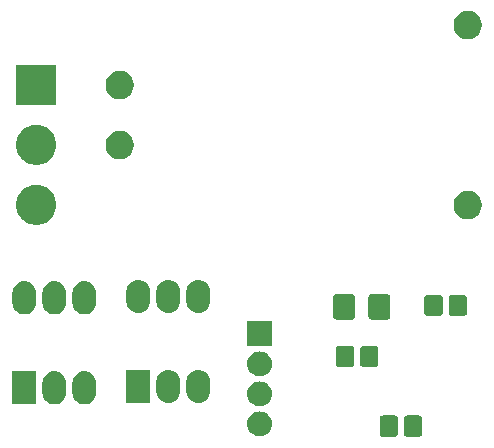
<source format=gbs>
G04 #@! TF.GenerationSoftware,KiCad,Pcbnew,5.0.2-bee76a0~70~ubuntu18.04.1*
G04 #@! TF.CreationDate,2019-03-11T17:22:41+01:00*
G04 #@! TF.ProjectId,FilPilote,46696c50-696c-46f7-9465-2e6b69636164,rev?*
G04 #@! TF.SameCoordinates,Original*
G04 #@! TF.FileFunction,Soldermask,Bot*
G04 #@! TF.FilePolarity,Negative*
%FSLAX46Y46*%
G04 Gerber Fmt 4.6, Leading zero omitted, Abs format (unit mm)*
G04 Created by KiCad (PCBNEW 5.0.2-bee76a0~70~ubuntu18.04.1) date lun. 11 mars 2019 17:22:41 CET*
%MOMM*%
%LPD*%
G01*
G04 APERTURE LIST*
%ADD10C,0.100000*%
G04 APERTURE END LIST*
D10*
G36*
X147390530Y-108135210D02*
X147440379Y-108150331D01*
X147486311Y-108174882D01*
X147526574Y-108207926D01*
X147559618Y-108248189D01*
X147584169Y-108294121D01*
X147599290Y-108343970D01*
X147605000Y-108401944D01*
X147605000Y-109657056D01*
X147599290Y-109715030D01*
X147584169Y-109764879D01*
X147559618Y-109810811D01*
X147526574Y-109851074D01*
X147486311Y-109884118D01*
X147440379Y-109908669D01*
X147390530Y-109923790D01*
X147332556Y-109929500D01*
X146327444Y-109929500D01*
X146269470Y-109923790D01*
X146219621Y-109908669D01*
X146173689Y-109884118D01*
X146133426Y-109851074D01*
X146100382Y-109810811D01*
X146075831Y-109764879D01*
X146060710Y-109715030D01*
X146055000Y-109657056D01*
X146055000Y-108401944D01*
X146060710Y-108343970D01*
X146075831Y-108294121D01*
X146100382Y-108248189D01*
X146133426Y-108207926D01*
X146173689Y-108174882D01*
X146219621Y-108150331D01*
X146269470Y-108135210D01*
X146327444Y-108129500D01*
X147332556Y-108129500D01*
X147390530Y-108135210D01*
X147390530Y-108135210D01*
G37*
G36*
X145340530Y-108135210D02*
X145390379Y-108150331D01*
X145436311Y-108174882D01*
X145476574Y-108207926D01*
X145509618Y-108248189D01*
X145534169Y-108294121D01*
X145549290Y-108343970D01*
X145555000Y-108401944D01*
X145555000Y-109657056D01*
X145549290Y-109715030D01*
X145534169Y-109764879D01*
X145509618Y-109810811D01*
X145476574Y-109851074D01*
X145436311Y-109884118D01*
X145390379Y-109908669D01*
X145340530Y-109923790D01*
X145282556Y-109929500D01*
X144277444Y-109929500D01*
X144219470Y-109923790D01*
X144169621Y-109908669D01*
X144123689Y-109884118D01*
X144083426Y-109851074D01*
X144050382Y-109810811D01*
X144025831Y-109764879D01*
X144010710Y-109715030D01*
X144005000Y-109657056D01*
X144005000Y-108401944D01*
X144010710Y-108343970D01*
X144025831Y-108294121D01*
X144050382Y-108248189D01*
X144083426Y-108207926D01*
X144123689Y-108174882D01*
X144169621Y-108150331D01*
X144219470Y-108135210D01*
X144277444Y-108129500D01*
X145282556Y-108129500D01*
X145340530Y-108135210D01*
X145340530Y-108135210D01*
G37*
G36*
X133986707Y-107796596D02*
X134063836Y-107804193D01*
X134195787Y-107844220D01*
X134261763Y-107864233D01*
X134444172Y-107961733D01*
X134604054Y-108092946D01*
X134735267Y-108252828D01*
X134832767Y-108435237D01*
X134832767Y-108435238D01*
X134892807Y-108633164D01*
X134913080Y-108839000D01*
X134892807Y-109044836D01*
X134852780Y-109176787D01*
X134832767Y-109242763D01*
X134735267Y-109425172D01*
X134604054Y-109585054D01*
X134444172Y-109716267D01*
X134261763Y-109813767D01*
X134205585Y-109830808D01*
X134063836Y-109873807D01*
X133986707Y-109881404D01*
X133909580Y-109889000D01*
X133806420Y-109889000D01*
X133729293Y-109881404D01*
X133652164Y-109873807D01*
X133510415Y-109830808D01*
X133454237Y-109813767D01*
X133271828Y-109716267D01*
X133111946Y-109585054D01*
X132980733Y-109425172D01*
X132883233Y-109242763D01*
X132863220Y-109176787D01*
X132823193Y-109044836D01*
X132802920Y-108839000D01*
X132823193Y-108633164D01*
X132883233Y-108435238D01*
X132883233Y-108435237D01*
X132980733Y-108252828D01*
X133111946Y-108092946D01*
X133271828Y-107961733D01*
X133454237Y-107864233D01*
X133520213Y-107844220D01*
X133652164Y-107804193D01*
X133729293Y-107796596D01*
X133806420Y-107789000D01*
X133909580Y-107789000D01*
X133986707Y-107796596D01*
X133986707Y-107796596D01*
G37*
G36*
X133986707Y-105256596D02*
X134063836Y-105264193D01*
X134195787Y-105304220D01*
X134261763Y-105324233D01*
X134444172Y-105421733D01*
X134604054Y-105552946D01*
X134735267Y-105712828D01*
X134832767Y-105895237D01*
X134832767Y-105895238D01*
X134892807Y-106093164D01*
X134913080Y-106299000D01*
X134892807Y-106504836D01*
X134857187Y-106622260D01*
X134832767Y-106702763D01*
X134735267Y-106885172D01*
X134604054Y-107045054D01*
X134444172Y-107176267D01*
X134261763Y-107273767D01*
X134195787Y-107293780D01*
X134063836Y-107333807D01*
X133986707Y-107341403D01*
X133909580Y-107349000D01*
X133806420Y-107349000D01*
X133729293Y-107341403D01*
X133652164Y-107333807D01*
X133520213Y-107293780D01*
X133454237Y-107273767D01*
X133271828Y-107176267D01*
X133111946Y-107045054D01*
X132980733Y-106885172D01*
X132883233Y-106702763D01*
X132858813Y-106622260D01*
X132823193Y-106504836D01*
X132802920Y-106299000D01*
X132823193Y-106093164D01*
X132883233Y-105895238D01*
X132883233Y-105895237D01*
X132980733Y-105712828D01*
X133111946Y-105552946D01*
X133271828Y-105421733D01*
X133454237Y-105324233D01*
X133520213Y-105304220D01*
X133652164Y-105264193D01*
X133729293Y-105256596D01*
X133806420Y-105249000D01*
X133909580Y-105249000D01*
X133986707Y-105256596D01*
X133986707Y-105256596D01*
G37*
G36*
X116655029Y-104405469D02*
X116655032Y-104405470D01*
X116655033Y-104405470D01*
X116843534Y-104462651D01*
X116843536Y-104462652D01*
X116843539Y-104462653D01*
X117017258Y-104555507D01*
X117169528Y-104680472D01*
X117294491Y-104832740D01*
X117294492Y-104832742D01*
X117387349Y-105006465D01*
X117444530Y-105194966D01*
X117444531Y-105194970D01*
X117459000Y-105341876D01*
X117459000Y-106240123D01*
X117444531Y-106387031D01*
X117387349Y-106575536D01*
X117294491Y-106749260D01*
X117169528Y-106901528D01*
X117017260Y-107026491D01*
X117017258Y-107026492D01*
X116843535Y-107119349D01*
X116655034Y-107176530D01*
X116655033Y-107176530D01*
X116655030Y-107176531D01*
X116459000Y-107195838D01*
X116262971Y-107176531D01*
X116262968Y-107176530D01*
X116262967Y-107176530D01*
X116074466Y-107119349D01*
X115900743Y-107026492D01*
X115900741Y-107026491D01*
X115748473Y-106901528D01*
X115623510Y-106749260D01*
X115530651Y-106575533D01*
X115473469Y-106387035D01*
X115459000Y-106240124D01*
X115459000Y-105341877D01*
X115473469Y-105194971D01*
X115473470Y-105194967D01*
X115530651Y-105006466D01*
X115530652Y-105006464D01*
X115530653Y-105006461D01*
X115623507Y-104832742D01*
X115748472Y-104680472D01*
X115900740Y-104555509D01*
X116074463Y-104462652D01*
X116074465Y-104462651D01*
X116262966Y-104405470D01*
X116262967Y-104405470D01*
X116262970Y-104405469D01*
X116459000Y-104386162D01*
X116655029Y-104405469D01*
X116655029Y-104405469D01*
G37*
G36*
X119195029Y-104405469D02*
X119195032Y-104405470D01*
X119195033Y-104405470D01*
X119383534Y-104462651D01*
X119383536Y-104462652D01*
X119383539Y-104462653D01*
X119557258Y-104555507D01*
X119709528Y-104680472D01*
X119834491Y-104832740D01*
X119834492Y-104832742D01*
X119927349Y-105006465D01*
X119984530Y-105194966D01*
X119984531Y-105194970D01*
X119999000Y-105341876D01*
X119999000Y-106240123D01*
X119984531Y-106387031D01*
X119927349Y-106575536D01*
X119834491Y-106749260D01*
X119709528Y-106901528D01*
X119557260Y-107026491D01*
X119557258Y-107026492D01*
X119383535Y-107119349D01*
X119195034Y-107176530D01*
X119195033Y-107176530D01*
X119195030Y-107176531D01*
X118999000Y-107195838D01*
X118802971Y-107176531D01*
X118802968Y-107176530D01*
X118802967Y-107176530D01*
X118614466Y-107119349D01*
X118440743Y-107026492D01*
X118440741Y-107026491D01*
X118288473Y-106901528D01*
X118163510Y-106749260D01*
X118070651Y-106575533D01*
X118013469Y-106387035D01*
X117999000Y-106240124D01*
X117999000Y-105341877D01*
X118013469Y-105194971D01*
X118013470Y-105194967D01*
X118070651Y-105006466D01*
X118070652Y-105006464D01*
X118070653Y-105006461D01*
X118163507Y-104832742D01*
X118288472Y-104680472D01*
X118440740Y-104555509D01*
X118614463Y-104462652D01*
X118614465Y-104462651D01*
X118802966Y-104405470D01*
X118802967Y-104405470D01*
X118802970Y-104405469D01*
X118999000Y-104386162D01*
X119195029Y-104405469D01*
X119195029Y-104405469D01*
G37*
G36*
X114919000Y-107191000D02*
X112919000Y-107191000D01*
X112919000Y-104391000D01*
X114919000Y-104391000D01*
X114919000Y-107191000D01*
X114919000Y-107191000D01*
G37*
G36*
X126307029Y-104278469D02*
X126307032Y-104278470D01*
X126307033Y-104278470D01*
X126495534Y-104335651D01*
X126495536Y-104335652D01*
X126495539Y-104335653D01*
X126669258Y-104428507D01*
X126821528Y-104553472D01*
X126946491Y-104705740D01*
X126946492Y-104705742D01*
X127039349Y-104879465D01*
X127077873Y-105006463D01*
X127096531Y-105067970D01*
X127111000Y-105214876D01*
X127111000Y-106113123D01*
X127096531Y-106260031D01*
X127039349Y-106448536D01*
X126946491Y-106622260D01*
X126821528Y-106774528D01*
X126669260Y-106899491D01*
X126669258Y-106899492D01*
X126495535Y-106992349D01*
X126307034Y-107049530D01*
X126307033Y-107049530D01*
X126307030Y-107049531D01*
X126111000Y-107068838D01*
X125914971Y-107049531D01*
X125914968Y-107049530D01*
X125914967Y-107049530D01*
X125726466Y-106992349D01*
X125552743Y-106899492D01*
X125552741Y-106899491D01*
X125400473Y-106774528D01*
X125275510Y-106622260D01*
X125212746Y-106504836D01*
X125182652Y-106448535D01*
X125182651Y-106448533D01*
X125125469Y-106260035D01*
X125111000Y-106113124D01*
X125111000Y-105214877D01*
X125125469Y-105067971D01*
X125125470Y-105067967D01*
X125182651Y-104879466D01*
X125182652Y-104879464D01*
X125182653Y-104879461D01*
X125275507Y-104705742D01*
X125400472Y-104553472D01*
X125552740Y-104428509D01*
X125726463Y-104335652D01*
X125726465Y-104335651D01*
X125914966Y-104278470D01*
X125914967Y-104278470D01*
X125914970Y-104278469D01*
X126111000Y-104259162D01*
X126307029Y-104278469D01*
X126307029Y-104278469D01*
G37*
G36*
X128847029Y-104278469D02*
X128847032Y-104278470D01*
X128847033Y-104278470D01*
X129035534Y-104335651D01*
X129035536Y-104335652D01*
X129035539Y-104335653D01*
X129209258Y-104428507D01*
X129361528Y-104553472D01*
X129486491Y-104705740D01*
X129486492Y-104705742D01*
X129579349Y-104879465D01*
X129617873Y-105006463D01*
X129636531Y-105067970D01*
X129651000Y-105214876D01*
X129651000Y-106113123D01*
X129636531Y-106260031D01*
X129579349Y-106448536D01*
X129486491Y-106622260D01*
X129361528Y-106774528D01*
X129209260Y-106899491D01*
X129209258Y-106899492D01*
X129035535Y-106992349D01*
X128847034Y-107049530D01*
X128847033Y-107049530D01*
X128847030Y-107049531D01*
X128651000Y-107068838D01*
X128454971Y-107049531D01*
X128454968Y-107049530D01*
X128454967Y-107049530D01*
X128266466Y-106992349D01*
X128092743Y-106899492D01*
X128092741Y-106899491D01*
X127940473Y-106774528D01*
X127815510Y-106622260D01*
X127752746Y-106504836D01*
X127722652Y-106448535D01*
X127722651Y-106448533D01*
X127665469Y-106260035D01*
X127651000Y-106113124D01*
X127651000Y-105214877D01*
X127665469Y-105067971D01*
X127665470Y-105067967D01*
X127722651Y-104879466D01*
X127722652Y-104879464D01*
X127722653Y-104879461D01*
X127815507Y-104705742D01*
X127940472Y-104553472D01*
X128092740Y-104428509D01*
X128266463Y-104335652D01*
X128266465Y-104335651D01*
X128454966Y-104278470D01*
X128454967Y-104278470D01*
X128454970Y-104278469D01*
X128651000Y-104259162D01*
X128847029Y-104278469D01*
X128847029Y-104278469D01*
G37*
G36*
X124571000Y-107064000D02*
X122571000Y-107064000D01*
X122571000Y-104264000D01*
X124571000Y-104264000D01*
X124571000Y-107064000D01*
X124571000Y-107064000D01*
G37*
G36*
X133986707Y-102716596D02*
X134063836Y-102724193D01*
X134195787Y-102764220D01*
X134261763Y-102784233D01*
X134444172Y-102881733D01*
X134604054Y-103012946D01*
X134735267Y-103172828D01*
X134832767Y-103355237D01*
X134832767Y-103355238D01*
X134892807Y-103553164D01*
X134913080Y-103759000D01*
X134892807Y-103964836D01*
X134876824Y-104017525D01*
X134832767Y-104162763D01*
X134735267Y-104345172D01*
X134604054Y-104505054D01*
X134444172Y-104636267D01*
X134261763Y-104733767D01*
X134195787Y-104753780D01*
X134063836Y-104793807D01*
X133986707Y-104801404D01*
X133909580Y-104809000D01*
X133806420Y-104809000D01*
X133729293Y-104801404D01*
X133652164Y-104793807D01*
X133520213Y-104753780D01*
X133454237Y-104733767D01*
X133271828Y-104636267D01*
X133111946Y-104505054D01*
X132980733Y-104345172D01*
X132883233Y-104162763D01*
X132839176Y-104017525D01*
X132823193Y-103964836D01*
X132802920Y-103759000D01*
X132823193Y-103553164D01*
X132883233Y-103355238D01*
X132883233Y-103355237D01*
X132980733Y-103172828D01*
X133111946Y-103012946D01*
X133271828Y-102881733D01*
X133454237Y-102784233D01*
X133520213Y-102764220D01*
X133652164Y-102724193D01*
X133729293Y-102716597D01*
X133806420Y-102709000D01*
X133909580Y-102709000D01*
X133986707Y-102716596D01*
X133986707Y-102716596D01*
G37*
G36*
X141648530Y-102229710D02*
X141698379Y-102244831D01*
X141744311Y-102269382D01*
X141784574Y-102302426D01*
X141817618Y-102342689D01*
X141842169Y-102388621D01*
X141857290Y-102438470D01*
X141863000Y-102496444D01*
X141863000Y-103751556D01*
X141857290Y-103809530D01*
X141842169Y-103859379D01*
X141817618Y-103905311D01*
X141784574Y-103945574D01*
X141744311Y-103978618D01*
X141698379Y-104003169D01*
X141648530Y-104018290D01*
X141590556Y-104024000D01*
X140585444Y-104024000D01*
X140527470Y-104018290D01*
X140477621Y-104003169D01*
X140431689Y-103978618D01*
X140391426Y-103945574D01*
X140358382Y-103905311D01*
X140333831Y-103859379D01*
X140318710Y-103809530D01*
X140313000Y-103751556D01*
X140313000Y-102496444D01*
X140318710Y-102438470D01*
X140333831Y-102388621D01*
X140358382Y-102342689D01*
X140391426Y-102302426D01*
X140431689Y-102269382D01*
X140477621Y-102244831D01*
X140527470Y-102229710D01*
X140585444Y-102224000D01*
X141590556Y-102224000D01*
X141648530Y-102229710D01*
X141648530Y-102229710D01*
G37*
G36*
X143698530Y-102229710D02*
X143748379Y-102244831D01*
X143794311Y-102269382D01*
X143834574Y-102302426D01*
X143867618Y-102342689D01*
X143892169Y-102388621D01*
X143907290Y-102438470D01*
X143913000Y-102496444D01*
X143913000Y-103751556D01*
X143907290Y-103809530D01*
X143892169Y-103859379D01*
X143867618Y-103905311D01*
X143834574Y-103945574D01*
X143794311Y-103978618D01*
X143748379Y-104003169D01*
X143698530Y-104018290D01*
X143640556Y-104024000D01*
X142635444Y-104024000D01*
X142577470Y-104018290D01*
X142527621Y-104003169D01*
X142481689Y-103978618D01*
X142441426Y-103945574D01*
X142408382Y-103905311D01*
X142383831Y-103859379D01*
X142368710Y-103809530D01*
X142363000Y-103751556D01*
X142363000Y-102496444D01*
X142368710Y-102438470D01*
X142383831Y-102388621D01*
X142408382Y-102342689D01*
X142441426Y-102302426D01*
X142481689Y-102269382D01*
X142527621Y-102244831D01*
X142577470Y-102229710D01*
X142635444Y-102224000D01*
X143640556Y-102224000D01*
X143698530Y-102229710D01*
X143698530Y-102229710D01*
G37*
G36*
X134908000Y-102269000D02*
X132808000Y-102269000D01*
X132808000Y-100169000D01*
X134908000Y-100169000D01*
X134908000Y-102269000D01*
X134908000Y-102269000D01*
G37*
G36*
X141726482Y-97863186D02*
X141771204Y-97876753D01*
X141812433Y-97898790D01*
X141848561Y-97928439D01*
X141878210Y-97964567D01*
X141900247Y-98005796D01*
X141913814Y-98050518D01*
X141919000Y-98103175D01*
X141919000Y-99762825D01*
X141913814Y-99815482D01*
X141900247Y-99860204D01*
X141878210Y-99901433D01*
X141848561Y-99937561D01*
X141812433Y-99967210D01*
X141771204Y-99989247D01*
X141726482Y-100002814D01*
X141673825Y-100008000D01*
X140339175Y-100008000D01*
X140286518Y-100002814D01*
X140241796Y-99989247D01*
X140200567Y-99967210D01*
X140164439Y-99937561D01*
X140134790Y-99901433D01*
X140112753Y-99860204D01*
X140099186Y-99815482D01*
X140094000Y-99762825D01*
X140094000Y-98103175D01*
X140099186Y-98050518D01*
X140112753Y-98005796D01*
X140134790Y-97964567D01*
X140164439Y-97928439D01*
X140200567Y-97898790D01*
X140241796Y-97876753D01*
X140286518Y-97863186D01*
X140339175Y-97858000D01*
X141673825Y-97858000D01*
X141726482Y-97863186D01*
X141726482Y-97863186D01*
G37*
G36*
X144701482Y-97863186D02*
X144746204Y-97876753D01*
X144787433Y-97898790D01*
X144823561Y-97928439D01*
X144853210Y-97964567D01*
X144875247Y-98005796D01*
X144888814Y-98050518D01*
X144894000Y-98103175D01*
X144894000Y-99762825D01*
X144888814Y-99815482D01*
X144875247Y-99860204D01*
X144853210Y-99901433D01*
X144823561Y-99937561D01*
X144787433Y-99967210D01*
X144746204Y-99989247D01*
X144701482Y-100002814D01*
X144648825Y-100008000D01*
X143314175Y-100008000D01*
X143261518Y-100002814D01*
X143216796Y-99989247D01*
X143175567Y-99967210D01*
X143139439Y-99937561D01*
X143109790Y-99901433D01*
X143087753Y-99860204D01*
X143074186Y-99815482D01*
X143069000Y-99762825D01*
X143069000Y-98103175D01*
X143074186Y-98050518D01*
X143087753Y-98005796D01*
X143109790Y-97964567D01*
X143139439Y-97928439D01*
X143175567Y-97898790D01*
X143216796Y-97876753D01*
X143261518Y-97863186D01*
X143314175Y-97858000D01*
X144648825Y-97858000D01*
X144701482Y-97863186D01*
X144701482Y-97863186D01*
G37*
G36*
X149132530Y-97911710D02*
X149182379Y-97926831D01*
X149228311Y-97951382D01*
X149268574Y-97984426D01*
X149301618Y-98024689D01*
X149326169Y-98070621D01*
X149341290Y-98120470D01*
X149347000Y-98178444D01*
X149347000Y-99433556D01*
X149341290Y-99491530D01*
X149326169Y-99541379D01*
X149301618Y-99587311D01*
X149268574Y-99627574D01*
X149228311Y-99660618D01*
X149182379Y-99685169D01*
X149132530Y-99700290D01*
X149074556Y-99706000D01*
X148069444Y-99706000D01*
X148011470Y-99700290D01*
X147961621Y-99685169D01*
X147915689Y-99660618D01*
X147875426Y-99627574D01*
X147842382Y-99587311D01*
X147817831Y-99541379D01*
X147802710Y-99491530D01*
X147797000Y-99433556D01*
X147797000Y-98178444D01*
X147802710Y-98120470D01*
X147817831Y-98070621D01*
X147842382Y-98024689D01*
X147875426Y-97984426D01*
X147915689Y-97951382D01*
X147961621Y-97926831D01*
X148011470Y-97911710D01*
X148069444Y-97906000D01*
X149074556Y-97906000D01*
X149132530Y-97911710D01*
X149132530Y-97911710D01*
G37*
G36*
X151182530Y-97911710D02*
X151232379Y-97926831D01*
X151278311Y-97951382D01*
X151318574Y-97984426D01*
X151351618Y-98024689D01*
X151376169Y-98070621D01*
X151391290Y-98120470D01*
X151397000Y-98178444D01*
X151397000Y-99433556D01*
X151391290Y-99491530D01*
X151376169Y-99541379D01*
X151351618Y-99587311D01*
X151318574Y-99627574D01*
X151278311Y-99660618D01*
X151232379Y-99685169D01*
X151182530Y-99700290D01*
X151124556Y-99706000D01*
X150119444Y-99706000D01*
X150061470Y-99700290D01*
X150011621Y-99685169D01*
X149965689Y-99660618D01*
X149925426Y-99627574D01*
X149892382Y-99587311D01*
X149867831Y-99541379D01*
X149852710Y-99491530D01*
X149847000Y-99433556D01*
X149847000Y-98178444D01*
X149852710Y-98120470D01*
X149867831Y-98070621D01*
X149892382Y-98024689D01*
X149925426Y-97984426D01*
X149965689Y-97951382D01*
X150011621Y-97926831D01*
X150061470Y-97911710D01*
X150119444Y-97906000D01*
X151124556Y-97906000D01*
X151182530Y-97911710D01*
X151182530Y-97911710D01*
G37*
G36*
X116655029Y-96785469D02*
X116655032Y-96785470D01*
X116655033Y-96785470D01*
X116843534Y-96842651D01*
X116843536Y-96842652D01*
X116843539Y-96842653D01*
X117017258Y-96935507D01*
X117169528Y-97060472D01*
X117294491Y-97212740D01*
X117294492Y-97212742D01*
X117387349Y-97386465D01*
X117444530Y-97574966D01*
X117444531Y-97574970D01*
X117459000Y-97721876D01*
X117459000Y-98620123D01*
X117444531Y-98767031D01*
X117387349Y-98955536D01*
X117294491Y-99129260D01*
X117169528Y-99281528D01*
X117017260Y-99406491D01*
X117017258Y-99406492D01*
X116843535Y-99499349D01*
X116655034Y-99556530D01*
X116655033Y-99556530D01*
X116655030Y-99556531D01*
X116459000Y-99575838D01*
X116262971Y-99556531D01*
X116262968Y-99556530D01*
X116262967Y-99556530D01*
X116074466Y-99499349D01*
X115900743Y-99406492D01*
X115900741Y-99406491D01*
X115748473Y-99281528D01*
X115623510Y-99129260D01*
X115530651Y-98955533D01*
X115473469Y-98767035D01*
X115459000Y-98620124D01*
X115459000Y-97721877D01*
X115473469Y-97574971D01*
X115473470Y-97574967D01*
X115530651Y-97386466D01*
X115530652Y-97386464D01*
X115530653Y-97386461D01*
X115623507Y-97212742D01*
X115748472Y-97060472D01*
X115900740Y-96935509D01*
X116074463Y-96842652D01*
X116074465Y-96842651D01*
X116262966Y-96785470D01*
X116262967Y-96785470D01*
X116262970Y-96785469D01*
X116459000Y-96766162D01*
X116655029Y-96785469D01*
X116655029Y-96785469D01*
G37*
G36*
X114115029Y-96785469D02*
X114115032Y-96785470D01*
X114115033Y-96785470D01*
X114303534Y-96842651D01*
X114303536Y-96842652D01*
X114303539Y-96842653D01*
X114477258Y-96935507D01*
X114629528Y-97060472D01*
X114754491Y-97212740D01*
X114754492Y-97212742D01*
X114847349Y-97386465D01*
X114904530Y-97574966D01*
X114904531Y-97574970D01*
X114919000Y-97721876D01*
X114919000Y-98620123D01*
X114904531Y-98767031D01*
X114847349Y-98955536D01*
X114754491Y-99129260D01*
X114629528Y-99281528D01*
X114477260Y-99406491D01*
X114477258Y-99406492D01*
X114303535Y-99499349D01*
X114115034Y-99556530D01*
X114115033Y-99556530D01*
X114115030Y-99556531D01*
X113919000Y-99575838D01*
X113722971Y-99556531D01*
X113722968Y-99556530D01*
X113722967Y-99556530D01*
X113534466Y-99499349D01*
X113360743Y-99406492D01*
X113360741Y-99406491D01*
X113208473Y-99281528D01*
X113083510Y-99129260D01*
X112990651Y-98955533D01*
X112933469Y-98767035D01*
X112919000Y-98620124D01*
X112919000Y-97721877D01*
X112933469Y-97574971D01*
X112933470Y-97574967D01*
X112990651Y-97386466D01*
X112990652Y-97386464D01*
X112990653Y-97386461D01*
X113083507Y-97212742D01*
X113208472Y-97060472D01*
X113360740Y-96935509D01*
X113534463Y-96842652D01*
X113534465Y-96842651D01*
X113722966Y-96785470D01*
X113722967Y-96785470D01*
X113722970Y-96785469D01*
X113919000Y-96766162D01*
X114115029Y-96785469D01*
X114115029Y-96785469D01*
G37*
G36*
X119195029Y-96785469D02*
X119195032Y-96785470D01*
X119195033Y-96785470D01*
X119383534Y-96842651D01*
X119383536Y-96842652D01*
X119383539Y-96842653D01*
X119557258Y-96935507D01*
X119709528Y-97060472D01*
X119834491Y-97212740D01*
X119834492Y-97212742D01*
X119927349Y-97386465D01*
X119984530Y-97574966D01*
X119984531Y-97574970D01*
X119999000Y-97721876D01*
X119999000Y-98620123D01*
X119984531Y-98767031D01*
X119927349Y-98955536D01*
X119834491Y-99129260D01*
X119709528Y-99281528D01*
X119557260Y-99406491D01*
X119557258Y-99406492D01*
X119383535Y-99499349D01*
X119195034Y-99556530D01*
X119195033Y-99556530D01*
X119195030Y-99556531D01*
X118999000Y-99575838D01*
X118802971Y-99556531D01*
X118802968Y-99556530D01*
X118802967Y-99556530D01*
X118614466Y-99499349D01*
X118440743Y-99406492D01*
X118440741Y-99406491D01*
X118288473Y-99281528D01*
X118163510Y-99129260D01*
X118070651Y-98955533D01*
X118013469Y-98767035D01*
X117999000Y-98620124D01*
X117999000Y-97721877D01*
X118013469Y-97574971D01*
X118013470Y-97574967D01*
X118070651Y-97386466D01*
X118070652Y-97386464D01*
X118070653Y-97386461D01*
X118163507Y-97212742D01*
X118288472Y-97060472D01*
X118440740Y-96935509D01*
X118614463Y-96842652D01*
X118614465Y-96842651D01*
X118802966Y-96785470D01*
X118802967Y-96785470D01*
X118802970Y-96785469D01*
X118999000Y-96766162D01*
X119195029Y-96785469D01*
X119195029Y-96785469D01*
G37*
G36*
X123767029Y-96658469D02*
X123767032Y-96658470D01*
X123767033Y-96658470D01*
X123955534Y-96715651D01*
X123955536Y-96715652D01*
X123955539Y-96715653D01*
X124129258Y-96808507D01*
X124281528Y-96933472D01*
X124406491Y-97085740D01*
X124406492Y-97085742D01*
X124499349Y-97259465D01*
X124537873Y-97386463D01*
X124556531Y-97447970D01*
X124571000Y-97594876D01*
X124571000Y-98493123D01*
X124556531Y-98640031D01*
X124499349Y-98828536D01*
X124406491Y-99002260D01*
X124281528Y-99154528D01*
X124129260Y-99279491D01*
X124129258Y-99279492D01*
X123955535Y-99372349D01*
X123767034Y-99429530D01*
X123767033Y-99429530D01*
X123767030Y-99429531D01*
X123571000Y-99448838D01*
X123374971Y-99429531D01*
X123374968Y-99429530D01*
X123374967Y-99429530D01*
X123186466Y-99372349D01*
X123012743Y-99279492D01*
X123012741Y-99279491D01*
X122860473Y-99154528D01*
X122735510Y-99002260D01*
X122642651Y-98828533D01*
X122585469Y-98640035D01*
X122571000Y-98493124D01*
X122571000Y-97594877D01*
X122585469Y-97447971D01*
X122585470Y-97447967D01*
X122642651Y-97259466D01*
X122642652Y-97259464D01*
X122642653Y-97259461D01*
X122735507Y-97085742D01*
X122860472Y-96933472D01*
X123012740Y-96808509D01*
X123186463Y-96715652D01*
X123186465Y-96715651D01*
X123374966Y-96658470D01*
X123374967Y-96658470D01*
X123374970Y-96658469D01*
X123571000Y-96639162D01*
X123767029Y-96658469D01*
X123767029Y-96658469D01*
G37*
G36*
X126307029Y-96658469D02*
X126307032Y-96658470D01*
X126307033Y-96658470D01*
X126495534Y-96715651D01*
X126495536Y-96715652D01*
X126495539Y-96715653D01*
X126669258Y-96808507D01*
X126821528Y-96933472D01*
X126946491Y-97085740D01*
X126946492Y-97085742D01*
X127039349Y-97259465D01*
X127077873Y-97386463D01*
X127096531Y-97447970D01*
X127111000Y-97594876D01*
X127111000Y-98493123D01*
X127096531Y-98640031D01*
X127039349Y-98828536D01*
X126946491Y-99002260D01*
X126821528Y-99154528D01*
X126669260Y-99279491D01*
X126669258Y-99279492D01*
X126495535Y-99372349D01*
X126307034Y-99429530D01*
X126307033Y-99429530D01*
X126307030Y-99429531D01*
X126111000Y-99448838D01*
X125914971Y-99429531D01*
X125914968Y-99429530D01*
X125914967Y-99429530D01*
X125726466Y-99372349D01*
X125552743Y-99279492D01*
X125552741Y-99279491D01*
X125400473Y-99154528D01*
X125275510Y-99002260D01*
X125182651Y-98828533D01*
X125125469Y-98640035D01*
X125111000Y-98493124D01*
X125111000Y-97594877D01*
X125125469Y-97447971D01*
X125125470Y-97447967D01*
X125182651Y-97259466D01*
X125182652Y-97259464D01*
X125182653Y-97259461D01*
X125275507Y-97085742D01*
X125400472Y-96933472D01*
X125552740Y-96808509D01*
X125726463Y-96715652D01*
X125726465Y-96715651D01*
X125914966Y-96658470D01*
X125914967Y-96658470D01*
X125914970Y-96658469D01*
X126111000Y-96639162D01*
X126307029Y-96658469D01*
X126307029Y-96658469D01*
G37*
G36*
X128847029Y-96658469D02*
X128847032Y-96658470D01*
X128847033Y-96658470D01*
X129035534Y-96715651D01*
X129035536Y-96715652D01*
X129035539Y-96715653D01*
X129209258Y-96808507D01*
X129361528Y-96933472D01*
X129486491Y-97085740D01*
X129486492Y-97085742D01*
X129579349Y-97259465D01*
X129617873Y-97386463D01*
X129636531Y-97447970D01*
X129651000Y-97594876D01*
X129651000Y-98493123D01*
X129636531Y-98640031D01*
X129579349Y-98828536D01*
X129486491Y-99002260D01*
X129361528Y-99154528D01*
X129209260Y-99279491D01*
X129209258Y-99279492D01*
X129035535Y-99372349D01*
X128847034Y-99429530D01*
X128847033Y-99429530D01*
X128847030Y-99429531D01*
X128651000Y-99448838D01*
X128454971Y-99429531D01*
X128454968Y-99429530D01*
X128454967Y-99429530D01*
X128266466Y-99372349D01*
X128092743Y-99279492D01*
X128092741Y-99279491D01*
X127940473Y-99154528D01*
X127815510Y-99002260D01*
X127722651Y-98828533D01*
X127665469Y-98640035D01*
X127651000Y-98493124D01*
X127651000Y-97594877D01*
X127665469Y-97447971D01*
X127665470Y-97447967D01*
X127722651Y-97259466D01*
X127722652Y-97259464D01*
X127722653Y-97259461D01*
X127815507Y-97085742D01*
X127940472Y-96933472D01*
X128092740Y-96808509D01*
X128266463Y-96715652D01*
X128266465Y-96715651D01*
X128454966Y-96658470D01*
X128454967Y-96658470D01*
X128454970Y-96658469D01*
X128651000Y-96639162D01*
X128847029Y-96658469D01*
X128847029Y-96658469D01*
G37*
G36*
X115321393Y-88640553D02*
X115430872Y-88662330D01*
X115740252Y-88790479D01*
X116018687Y-88976523D01*
X116255477Y-89213313D01*
X116441521Y-89491748D01*
X116569670Y-89801128D01*
X116635000Y-90129565D01*
X116635000Y-90464435D01*
X116569670Y-90792872D01*
X116441521Y-91102252D01*
X116255477Y-91380687D01*
X116018687Y-91617477D01*
X115740252Y-91803521D01*
X115430872Y-91931670D01*
X115321393Y-91953447D01*
X115102437Y-91997000D01*
X114767563Y-91997000D01*
X114548607Y-91953447D01*
X114439128Y-91931670D01*
X114129748Y-91803521D01*
X113851313Y-91617477D01*
X113614523Y-91380687D01*
X113428479Y-91102252D01*
X113300330Y-90792872D01*
X113235000Y-90464435D01*
X113235000Y-90129565D01*
X113300330Y-89801128D01*
X113428479Y-89491748D01*
X113614523Y-89213313D01*
X113851313Y-88976523D01*
X114129748Y-88790479D01*
X114439128Y-88662330D01*
X114548607Y-88640553D01*
X114767563Y-88597000D01*
X115102437Y-88597000D01*
X115321393Y-88640553D01*
X115321393Y-88640553D01*
G37*
G36*
X151823027Y-89158116D02*
X152041413Y-89248574D01*
X152237959Y-89379902D01*
X152405100Y-89547043D01*
X152536428Y-89743589D01*
X152626886Y-89961975D01*
X152673001Y-90193810D01*
X152673001Y-90430192D01*
X152626886Y-90662027D01*
X152536428Y-90880413D01*
X152405100Y-91076959D01*
X152237959Y-91244100D01*
X152041413Y-91375428D01*
X151823027Y-91465886D01*
X151591192Y-91512001D01*
X151354810Y-91512001D01*
X151122975Y-91465886D01*
X150904589Y-91375428D01*
X150708043Y-91244100D01*
X150540902Y-91076959D01*
X150409574Y-90880413D01*
X150319116Y-90662027D01*
X150273001Y-90430192D01*
X150273001Y-90193810D01*
X150319116Y-89961975D01*
X150409574Y-89743589D01*
X150540902Y-89547043D01*
X150708043Y-89379902D01*
X150904589Y-89248574D01*
X151122975Y-89158116D01*
X151354810Y-89112001D01*
X151591192Y-89112001D01*
X151823027Y-89158116D01*
X151823027Y-89158116D01*
G37*
G36*
X115321393Y-83560553D02*
X115430872Y-83582330D01*
X115740252Y-83710479D01*
X116018687Y-83896523D01*
X116255477Y-84133313D01*
X116441521Y-84411748D01*
X116569670Y-84721128D01*
X116635000Y-85049565D01*
X116635000Y-85384435D01*
X116569670Y-85712872D01*
X116441521Y-86022252D01*
X116255477Y-86300687D01*
X116018687Y-86537477D01*
X115740252Y-86723521D01*
X115430872Y-86851670D01*
X115321393Y-86873447D01*
X115102437Y-86917000D01*
X114767563Y-86917000D01*
X114548607Y-86873447D01*
X114439128Y-86851670D01*
X114129748Y-86723521D01*
X113851313Y-86537477D01*
X113614523Y-86300687D01*
X113428479Y-86022252D01*
X113300330Y-85712872D01*
X113235000Y-85384435D01*
X113235000Y-85049565D01*
X113300330Y-84721128D01*
X113428479Y-84411748D01*
X113614523Y-84133313D01*
X113851313Y-83896523D01*
X114129748Y-83710479D01*
X114439128Y-83582330D01*
X114548607Y-83560553D01*
X114767563Y-83517000D01*
X115102437Y-83517000D01*
X115321393Y-83560553D01*
X115321393Y-83560553D01*
G37*
G36*
X122359027Y-84078116D02*
X122577413Y-84168574D01*
X122773959Y-84299902D01*
X122941100Y-84467043D01*
X123072428Y-84663589D01*
X123162886Y-84881975D01*
X123209001Y-85113810D01*
X123209001Y-85350192D01*
X123162886Y-85582027D01*
X123072428Y-85800413D01*
X122941100Y-85996959D01*
X122773959Y-86164100D01*
X122577413Y-86295428D01*
X122359027Y-86385886D01*
X122127192Y-86432001D01*
X121890810Y-86432001D01*
X121658975Y-86385886D01*
X121440589Y-86295428D01*
X121244043Y-86164100D01*
X121076902Y-85996959D01*
X120945574Y-85800413D01*
X120855116Y-85582027D01*
X120809001Y-85350192D01*
X120809001Y-85113810D01*
X120855116Y-84881975D01*
X120945574Y-84663589D01*
X121076902Y-84467043D01*
X121244043Y-84299902D01*
X121440589Y-84168574D01*
X121658975Y-84078116D01*
X121890810Y-84032001D01*
X122127192Y-84032001D01*
X122359027Y-84078116D01*
X122359027Y-84078116D01*
G37*
G36*
X116635000Y-81837000D02*
X113235000Y-81837000D01*
X113235000Y-78437000D01*
X116635000Y-78437000D01*
X116635000Y-81837000D01*
X116635000Y-81837000D01*
G37*
G36*
X122359027Y-78998116D02*
X122577413Y-79088574D01*
X122773959Y-79219902D01*
X122941100Y-79387043D01*
X123072428Y-79583589D01*
X123162886Y-79801975D01*
X123209001Y-80033810D01*
X123209001Y-80270192D01*
X123162886Y-80502027D01*
X123072428Y-80720413D01*
X122941100Y-80916959D01*
X122773959Y-81084100D01*
X122577413Y-81215428D01*
X122359027Y-81305886D01*
X122127192Y-81352001D01*
X121890810Y-81352001D01*
X121658975Y-81305886D01*
X121440589Y-81215428D01*
X121244043Y-81084100D01*
X121076902Y-80916959D01*
X120945574Y-80720413D01*
X120855116Y-80502027D01*
X120809001Y-80270192D01*
X120809001Y-80033810D01*
X120855116Y-79801975D01*
X120945574Y-79583589D01*
X121076902Y-79387043D01*
X121244043Y-79219902D01*
X121440589Y-79088574D01*
X121658975Y-78998116D01*
X121890810Y-78952001D01*
X122127192Y-78952001D01*
X122359027Y-78998116D01*
X122359027Y-78998116D01*
G37*
G36*
X151823027Y-73918116D02*
X152041413Y-74008574D01*
X152237959Y-74139902D01*
X152405100Y-74307043D01*
X152536428Y-74503589D01*
X152626886Y-74721975D01*
X152673001Y-74953810D01*
X152673001Y-75190192D01*
X152626886Y-75422027D01*
X152536428Y-75640413D01*
X152405100Y-75836959D01*
X152237959Y-76004100D01*
X152041413Y-76135428D01*
X151823027Y-76225886D01*
X151591192Y-76272001D01*
X151354810Y-76272001D01*
X151122975Y-76225886D01*
X150904589Y-76135428D01*
X150708043Y-76004100D01*
X150540902Y-75836959D01*
X150409574Y-75640413D01*
X150319116Y-75422027D01*
X150273001Y-75190192D01*
X150273001Y-74953810D01*
X150319116Y-74721975D01*
X150409574Y-74503589D01*
X150540902Y-74307043D01*
X150708043Y-74139902D01*
X150904589Y-74008574D01*
X151122975Y-73918116D01*
X151354810Y-73872001D01*
X151591192Y-73872001D01*
X151823027Y-73918116D01*
X151823027Y-73918116D01*
G37*
M02*

</source>
